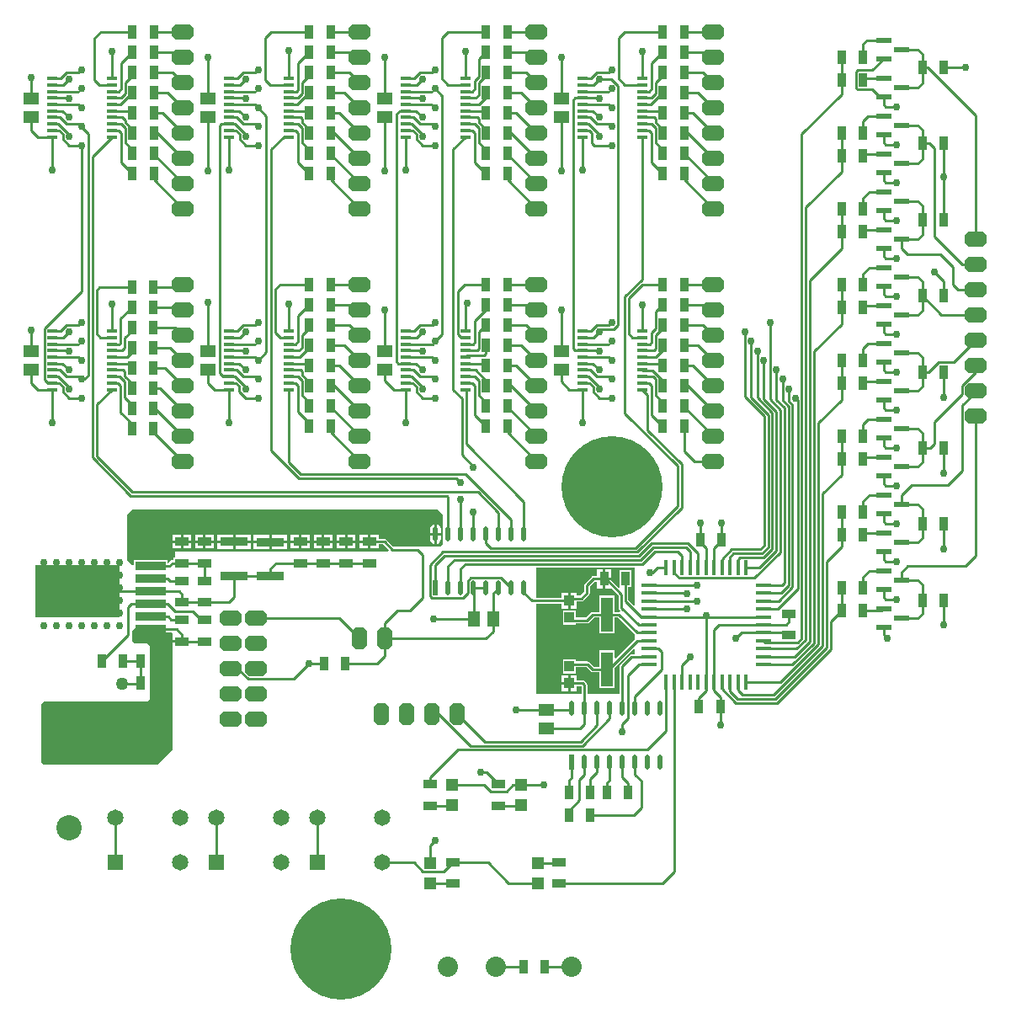
<source format=gtl>
%FSTAX23Y23*%
%MOIN*%
%SFA1B1*%

%IPPOS*%
%AMD29*
4,1,8,0.042500,-0.015000,0.042500,0.015000,0.027500,0.030000,-0.027500,0.030000,-0.042500,0.015000,-0.042500,-0.015000,-0.027500,-0.030000,0.027500,-0.030000,0.042500,-0.015000,0.0*
%
%AMD30*
4,1,8,-0.015000,-0.042500,0.015000,-0.042500,0.030000,-0.027500,0.030000,0.027500,0.015000,0.042500,-0.015000,0.042500,-0.030000,0.027500,-0.030000,-0.027500,-0.015000,-0.042500,0.0*
%
%ADD10R,0.033470X0.055120*%
%ADD11R,0.039370X0.013780*%
%ADD12R,0.055120X0.033470*%
%ADD13O,0.021650X0.059060*%
%ADD14R,0.021650X0.059060*%
%ADD15R,0.059060X0.023620*%
%ADD16R,0.051180X0.045280*%
%ADD17R,0.059060X0.051180*%
%ADD18R,0.051180X0.059060*%
%ADD19R,0.110240X0.037400*%
%ADD20R,0.047240X0.137800*%
%ADD21R,0.015980X0.059060*%
%ADD22R,0.059060X0.015980*%
%ADD23R,0.120470X0.035040*%
%ADD24R,0.336220X0.210630*%
%ADD25R,0.039370X0.043310*%
%ADD26C,0.010000*%
%ADD27R,0.064960X0.064960*%
%ADD28C,0.064960*%
G04~CAMADD=29~4~0.0~0.0~600.0~850.0~0.0~150.0~0~0.0~0.0~0.0~0.0~0~0.0~0.0~0.0~0.0~0~0.0~0.0~0.0~270.0~850.0~600.0*
%ADD29D29*%
G04~CAMADD=30~4~0.0~0.0~600.0~850.0~0.0~150.0~0~0.0~0.0~0.0~0.0~0~0.0~0.0~0.0~0.0~0~0.0~0.0~0.0~180.0~600.0~850.0*
%ADD30D30*%
%ADD31C,0.080000*%
%ADD32C,0.100000*%
%ADD33C,0.030000*%
%ADD34C,0.400000*%
%ADD35C,0.050000*%
%LNledcube-1*%
%LPD*%
G36*
X0273Y02989D02*
Y02884D01*
Y02873*
X0272Y02863*
X02532*
X02505Y0289*
X02501Y02892*
X02497Y02893*
X02474*
Y02909*
X02442*
Y02882*
Y02855*
X02474*
Y02871*
X02492*
X02515Y02848*
X0251Y02842*
X0167*
Y02821*
X01669Y0282*
X01662*
Y02813*
X01658Y02809*
X01657*
X01653Y02808*
X01649Y02805*
X01649*
X01641Y02797*
X01637Y02799*
Y02808*
X01504*
Y0279*
X015*
X0148Y0281*
Y02978*
Y02989*
X015Y0301*
X0271*
X0273Y02989*
G37*
G36*
X0349Y02632D02*
X03485Y0263D01*
X03463Y02652*
Y02701*
X03475*
Y02768*
X03429*
Y02702*
X03424Y027*
X03395Y0273*
X03372*
Y02697*
X03394*
X03396Y02698*
X03425Y02669*
Y0262*
X03425Y02616*
X03428Y02612*
X03433Y02608*
X0343Y02603*
X03426Y02604*
X03409*
Y02668*
X0335*
Y02604*
X03323*
X03318Y02603*
X03315Y02601*
X03295Y02581*
X03255*
Y02609*
X03204*
Y02553*
X03255*
Y02558*
X033*
X03304Y02559*
X03307Y02562*
X03327Y02582*
X0335*
Y02518*
X03409*
Y02582*
X03422*
X0349Y02514*
Y02495*
X03414Y0242*
X03409Y02422*
Y02451*
X0335*
Y02387*
X03327*
X0331Y02405*
X03306Y02407*
X03302Y02408*
X03255*
Y02416*
X03204*
Y0236*
X03255*
Y02386*
X03298*
X03315Y02368*
X03318Y02366*
X03323Y02365*
X0335*
Y02301*
X03409*
Y02383*
X03485Y02459*
X0349Y02457*
Y02437*
X03476*
X03472Y02436*
X03468Y02434*
Y02434*
X03432Y02397*
X03429Y02394*
X03428Y0239*
X03428*
Y0228*
X03301*
Y02315*
X03301*
X033Y02319*
X03297Y02322*
X03291Y02329*
X03287Y02331*
X03283Y02332*
X03259*
Y02353*
X03235*
Y02321*
Y02289*
X03259*
Y0231*
X03278*
Y0228*
X031*
Y02637*
X032*
Y02616*
X03225*
Y02648*
Y0268*
X032*
Y02659*
X031*
Y0278*
X0349*
Y02632*
G37*
G36*
X0156Y02536D02*
X01559Y02535D01*
X0156Y0253*
X01563Y02527*
X01566Y02524*
X01571Y02523*
X01656*
X0166Y0252*
Y02514*
X01658*
Y02492*
X01696*
Y02482*
X01658*
Y0246*
X0166*
Y0244*
Y0206*
X0165Y0205*
X016Y02*
X0115*
X0114Y0201*
Y0224*
X0115Y0225*
X0156*
X0157Y0226*
Y0247*
X0156Y0248*
X0151*
X015Y0249*
Y0253*
X0151Y0254*
X01556*
X0156Y02536*
G37*
%LNledcube-2*%
%LPC*%
G36*
X02341Y02877D02*
X02308D01*
Y02855*
X02341*
Y02877*
G37*
G36*
X02383D02*
X02351D01*
Y02855*
X02383*
Y02877*
G37*
G36*
X0225D02*
X02217D01*
Y02855*
X0225*
Y02877*
G37*
G36*
X02292D02*
X0226D01*
Y02855*
X02292*
Y02877*
G37*
G36*
X0178Y02877D02*
X01747D01*
Y02855*
X0178*
Y02877*
G37*
G36*
X01822D02*
X0179D01*
Y02855*
X01822*
Y02877*
G37*
G36*
X01691D02*
X01658D01*
Y02855*
X01691*
Y02877*
G37*
G36*
X01733D02*
X01701D01*
Y02855*
X01733*
Y02877*
G37*
G36*
X02201Y02877D02*
X02169D01*
Y02855*
X02201*
Y02877*
G37*
G36*
X03362Y02772D02*
X0334D01*
Y02746*
X03325*
X0332Y02745*
X03317Y02742*
X03292Y02717*
X03289Y02714*
X03288Y0271*
Y02684*
X03272Y02668*
X03259*
Y0268*
X03235*
Y02648*
Y02616*
X03259*
Y02646*
X03277*
X03281Y02646*
X03285Y02649*
X03307Y02672*
X0331Y02675*
X03311Y0268*
X03311*
Y02705*
X03329Y02723*
X0334*
Y02697*
X03362*
Y02735*
Y02772*
G37*
G36*
X03394D02*
X03372D01*
Y0274*
X03394*
Y02772*
G37*
G36*
X03225Y02316D02*
X032D01*
Y02289*
X03225*
Y02316*
G37*
G36*
Y02353D02*
X032D01*
Y02326*
X03225*
Y02353*
G37*
G36*
X02041Y02875D02*
X0198D01*
Y02852*
X02041*
Y02875*
G37*
G36*
X01967Y02876D02*
X01907D01*
Y02852*
X01967*
Y02876*
G37*
G36*
X02159Y02877D02*
X02126D01*
Y02855*
X02159*
Y02877*
G37*
G36*
X02111Y02875D02*
X02051D01*
Y02852*
X02111*
Y02875*
G37*
G36*
X01897Y02876D02*
X01836D01*
Y02852*
X01897*
Y02876*
G37*
G36*
X01691Y02909D02*
X01658D01*
Y02887*
X01691*
Y02909*
G37*
G36*
X01733D02*
X01701D01*
Y02887*
X01733*
Y02909*
G37*
G36*
X02383Y02909D02*
X02351D01*
Y02887*
X02383*
Y02909*
G37*
G36*
X02292D02*
X0226D01*
Y02887*
X02292*
Y02909*
G37*
G36*
X02341D02*
X02308D01*
Y02887*
X02341*
Y02909*
G37*
G36*
X02695Y02951D02*
X02691Y0295D01*
X02684Y02946*
X0268Y02939*
X02678Y02931*
Y02917*
X02695*
Y02951*
G37*
G36*
X02705D02*
Y02917D01*
X02721*
Y02931*
X02719Y02939*
X02715Y02946*
X02708Y0295*
X02705Y02951*
G37*
G36*
X02432Y02909D02*
X02399D01*
Y02887*
X02432*
Y02909*
G37*
G36*
X0178D02*
X01747D01*
Y02887*
X0178*
Y02909*
G37*
G36*
X01822D02*
X0179D01*
Y02887*
X01822*
Y02909*
G37*
G36*
X02041Y02909D02*
X0198D01*
Y02885*
X02041*
Y02909*
G37*
G36*
X02111D02*
X02051D01*
Y02885*
X02111*
Y02909*
G37*
G36*
X02721Y02907D02*
X02705D01*
Y02873*
X02708Y02874*
X02715Y02878*
X02719Y02885*
X02721Y02893*
Y02907*
G37*
G36*
X02432Y02877D02*
X02399D01*
Y02855*
X02432*
Y02877*
G37*
G36*
X02695Y02907D02*
X02678D01*
Y02893*
X0268Y02885*
X02684Y02878*
X02691Y02874*
X02695Y02873*
Y02907*
G37*
G36*
X02201Y02909D02*
X02169D01*
Y02887*
X02201*
Y02909*
G37*
G36*
X0225D02*
X02217D01*
Y02887*
X0225*
Y02909*
G37*
G36*
X02159D02*
X02126D01*
Y02887*
X02159*
Y02909*
G37*
G36*
X01897Y0291D02*
X01836D01*
Y02886*
X01897*
Y0291*
G37*
G36*
X01967D02*
X01907D01*
Y02886*
X01967*
Y0291*
G37*
%LNledcube-3*%
%LPD*%
G54D10*
X01584Y049D03*
X015D03*
X01584Y0482D03*
X015D03*
X01584Y0474D03*
X015D03*
X01584Y0466D03*
X015D03*
X01584Y0458D03*
X015D03*
X01584Y045D03*
X015D03*
X01584Y0442D03*
X015D03*
X01582Y0389D03*
X01497D03*
X01582Y0365D03*
X01497D03*
X01582Y0381D03*
X01497D03*
X01582Y0373D03*
X01497D03*
X02284Y039D03*
X022D03*
X02284Y0382D03*
X022D03*
X02284Y0374D03*
X022D03*
X02284Y0366D03*
X022D03*
X02284Y0358D03*
X022D03*
X02284Y035D03*
X022D03*
X02284Y0342D03*
X022D03*
X01582Y0333D03*
X01497D03*
X02284Y0334D03*
X022D03*
X02984Y039D03*
X029D03*
X02984Y0382D03*
X029D03*
X02984Y0374D03*
X029D03*
X02984Y0366D03*
X029D03*
X02984Y0358D03*
X029D03*
X02984Y035D03*
X029D03*
X02984Y0342D03*
X029D03*
X02984Y0334D03*
X029D03*
X03684Y039D03*
X036D03*
X03684Y0382D03*
X036D03*
X03684Y0374D03*
X036D03*
X03684Y0366D03*
X036D03*
X03684Y0358D03*
X036D03*
X03684Y035D03*
X036D03*
X03684Y0342D03*
X036D03*
X03684Y0334D03*
X036D03*
X03047Y012D03*
X03132D03*
X04627Y04458D03*
X04712D03*
X04627Y04157D03*
X04712D03*
X04627Y03855D03*
X04712D03*
X04627Y03554D03*
X04712D03*
X04627Y03252D03*
X04712D03*
X04627Y02951D03*
X04712D03*
X04627Y0265D03*
X04712D03*
X04392Y0471D03*
X04307D03*
X04392Y048D03*
X04307D03*
X04392Y0441D03*
X04307D03*
X04392Y045D03*
X04307D03*
X04392Y0411D03*
X04307D03*
X04392Y042D03*
X04307D03*
X04392Y0381D03*
X04307D03*
X04392Y039D03*
X04307D03*
X04392Y0351D03*
X04307D03*
X04392Y036D03*
X04307D03*
X04392Y0321D03*
X04307D03*
X04392Y033D03*
X04307D03*
X04392Y0291D03*
X04307D03*
X04392Y03D03*
X04307D03*
X04392Y0261D03*
X04307D03*
X04392Y027D03*
X04307D03*
X01582Y0341D03*
X01497D03*
X01582Y0349D03*
X01497D03*
X01582Y0357D03*
X01497D03*
X03684Y0434D03*
X036D03*
X02984D03*
X029D03*
X02284D03*
X022D03*
X01584D03*
X015D03*
X03684Y0442D03*
X036D03*
X02984D03*
X029D03*
X02284D03*
X022D03*
X03684Y045D03*
X036D03*
X02984D03*
X029D03*
X02284D03*
X022D03*
X03684Y0458D03*
X036D03*
X02984D03*
X029D03*
X02284D03*
X022D03*
X03684Y0466D03*
X036D03*
X02984D03*
X029D03*
X02284D03*
X022D03*
X03684Y0474D03*
X036D03*
X02984D03*
X029D03*
X02284D03*
X022D03*
X03684Y0482D03*
X036D03*
X02984D03*
X029D03*
X02284D03*
X022D03*
X03684Y049D03*
X036D03*
X02984D03*
X029D03*
X02284D03*
X022D03*
X03452Y02735D03*
X03367D03*
X03227Y018D03*
X03312D03*
X03377Y0189D03*
X03462D03*
X03227D03*
X03312D03*
X03742Y0223D03*
X03827D03*
X01532Y02409D03*
X01617D03*
X01532Y02321D03*
X01617D03*
X01462Y02408D03*
X01377D03*
X03832Y0289D03*
X03747D03*
X04627Y0476D03*
X04712D03*
X02342Y024D03*
X02257D03*
G54D11*
X02818Y03715D03*
Y03689D03*
Y03663D03*
Y03638D03*
Y03612D03*
Y03587D03*
Y03561D03*
Y03536D03*
Y0351D03*
Y03484D03*
X02581D03*
Y0351D03*
Y03536D03*
Y03561D03*
Y03587D03*
Y03612D03*
Y03638D03*
Y03663D03*
Y03689D03*
Y03715D03*
X03518D03*
Y03689D03*
Y03663D03*
Y03638D03*
Y03612D03*
Y03587D03*
Y03561D03*
Y03536D03*
Y0351D03*
Y03484D03*
X03281D03*
Y0351D03*
Y03536D03*
Y03561D03*
Y03587D03*
Y03612D03*
Y03638D03*
Y03663D03*
Y03689D03*
Y03715D03*
X01418D03*
Y03689D03*
Y03663D03*
Y03638D03*
Y03612D03*
Y03587D03*
Y03561D03*
Y03536D03*
Y0351D03*
Y03484D03*
X01181D03*
Y0351D03*
Y03536D03*
Y03561D03*
Y03587D03*
Y03612D03*
Y03638D03*
Y03663D03*
Y03689D03*
Y03715D03*
X03518Y04715D03*
Y04689D03*
Y04663D03*
Y04638D03*
Y04612D03*
Y04587D03*
Y04561D03*
Y04536D03*
Y0451D03*
Y04484D03*
X03281D03*
Y0451D03*
Y04536D03*
Y04561D03*
Y04587D03*
Y04612D03*
Y04638D03*
Y04663D03*
Y04689D03*
Y04715D03*
X02818D03*
Y04689D03*
Y04663D03*
Y04638D03*
Y04612D03*
Y04587D03*
Y04561D03*
Y04536D03*
Y0451D03*
Y04484D03*
X02581D03*
Y0451D03*
Y04536D03*
Y04561D03*
Y04587D03*
Y04612D03*
Y04638D03*
Y04663D03*
Y04689D03*
Y04715D03*
X02118D03*
Y04689D03*
Y04663D03*
Y04638D03*
Y04612D03*
Y04587D03*
Y04561D03*
Y04536D03*
Y0451D03*
Y04484D03*
X01881D03*
Y0451D03*
Y04536D03*
Y04561D03*
Y04587D03*
Y04612D03*
Y04638D03*
Y04663D03*
Y04689D03*
Y04715D03*
X01418D03*
Y04689D03*
Y04663D03*
Y04638D03*
Y04612D03*
Y04587D03*
Y04561D03*
Y04536D03*
Y0451D03*
Y04484D03*
X01181D03*
Y0451D03*
Y04536D03*
Y04561D03*
Y04587D03*
Y04612D03*
Y04638D03*
Y04663D03*
Y04689D03*
Y04715D03*
X02118Y03715D03*
Y03689D03*
Y03663D03*
Y03638D03*
Y03612D03*
Y03587D03*
Y03561D03*
Y03536D03*
Y0351D03*
Y03484D03*
X01881D03*
Y0351D03*
Y03536D03*
Y03561D03*
Y03587D03*
Y03612D03*
Y03638D03*
Y03663D03*
Y03689D03*
Y03715D03*
G54D12*
X0277Y01528D03*
Y01612D03*
X0319D03*
Y01528D03*
X041Y02512D03*
Y02597D03*
X02437Y02882D03*
Y02797D03*
X02346Y02882D03*
Y02797D03*
X0295Y01922D03*
Y01837D03*
X0268Y01922D03*
Y01837D03*
X01696Y02572D03*
Y02487D03*
X01785Y02572D03*
Y02487D03*
X01696Y02642D03*
Y02727D03*
X01785D03*
Y02642D03*
X02164Y02882D03*
Y02797D03*
X02255Y02882D03*
Y02797D03*
X01696Y02882D03*
Y02797D03*
X01785Y02882D03*
Y02797D03*
G54D13*
X0305Y02912D03*
X03D03*
X0295D03*
X029D03*
X0285D03*
X028D03*
X0275D03*
X027D03*
X0305Y027D03*
X03D03*
X0295D03*
X029D03*
X0285D03*
X028D03*
X0275D03*
X0329Y0201D03*
X0334D03*
X0339D03*
X0344D03*
X0349D03*
X0354D03*
X0359D03*
X0324Y02222D03*
X0329D03*
X0334D03*
X0339D03*
X0344D03*
X0349D03*
X0354D03*
X0359D03*
G54D14*
X027Y027D03*
X0324Y0201D03*
G54D15*
X04545Y0483D03*
X04474Y04792D03*
Y04867D03*
X04545Y0438D03*
X04474Y04342D03*
Y04417D03*
X04545Y0453D03*
X04474Y04492D03*
Y04567D03*
X04545Y0408D03*
X04474Y04042D03*
Y04117D03*
X04545Y0423D03*
X04474Y04192D03*
Y04267D03*
X04545Y0378D03*
X04474Y03742D03*
Y03817D03*
X04545Y0393D03*
X04474Y03892D03*
Y03967D03*
X04545Y0348D03*
X04474Y03442D03*
Y03517D03*
X04545Y0363D03*
X04474Y03592D03*
Y03667D03*
X04545Y0318D03*
X04474Y03142D03*
Y03217D03*
X04545Y0333D03*
X04474Y03292D03*
Y03367D03*
X04545Y0288D03*
X04474Y02842D03*
Y02917D03*
X04545Y0303D03*
X04474Y02992D03*
Y03067D03*
X04545Y0258D03*
X04474Y02542D03*
Y02617D03*
X04545Y0273D03*
X04474Y02692D03*
Y02767D03*
X04545Y0468D03*
X04474Y04642D03*
Y04717D03*
G54D16*
X03105Y01609D03*
Y0153D03*
X0304Y01919D03*
Y0184D03*
X02764Y01919D03*
Y0184D03*
X0268Y01609D03*
Y0153D03*
G54D17*
X011Y04637D03*
Y04562D03*
X018Y04637D03*
Y04562D03*
X025Y04637D03*
Y04562D03*
X032Y04637D03*
Y04562D03*
X011Y03637D03*
Y03562D03*
X018Y03637D03*
Y03562D03*
X025Y03637D03*
Y03562D03*
X032Y03637D03*
Y03562D03*
X0314Y02217D03*
Y02142D03*
G54D18*
X02927Y02575D03*
X02852D03*
G54D19*
X02046Y02745D03*
Y0288D03*
X01902Y02745D03*
Y02881D03*
G54D20*
X0338Y02376D03*
Y02593D03*
G54D21*
X03613Y02778D03*
X03645D03*
X03676D03*
X03708D03*
X03739D03*
X03771D03*
X03802D03*
X03834D03*
X03865D03*
X03897D03*
X03928D03*
Y02326D03*
X03897D03*
X03865D03*
X03834D03*
X03802D03*
X03771D03*
X03739D03*
X03708D03*
X03676D03*
X03645D03*
X03613D03*
G54D22*
X03997Y0271D03*
Y02678D03*
Y02647D03*
Y02615D03*
Y02584D03*
Y02552D03*
Y02521D03*
Y02489D03*
Y02458D03*
Y02426D03*
Y02395D03*
X03545D03*
Y02426D03*
Y02458D03*
Y02489D03*
Y02521D03*
Y02552D03*
Y02584D03*
Y02615D03*
Y02647D03*
Y02678D03*
Y0271D03*
G54D23*
X01571Y02835D03*
Y02785D03*
Y02735D03*
Y02685D03*
Y02635D03*
Y02585D03*
Y02535D03*
G54D24*
X01283Y02685D03*
G54D25*
X0323Y02648D03*
Y02581D03*
Y02388D03*
Y02321D03*
G54D26*
X03132Y012D02*
X0324D01*
X0294D02*
X03047D01*
X01785Y02642D02*
X01882D01*
X01902Y02662*
Y02745*
X01482Y02512D02*
Y02621D01*
X01377Y02408D02*
X01482Y02512D01*
X01496Y02635D02*
X01571D01*
X01482Y02621D02*
X01496Y02635D01*
X01463Y02409D02*
X01532D01*
Y02321D02*
Y02409D01*
X01696Y02487D02*
X01785D01*
X01696Y02642D02*
Y02673D01*
X01684Y02685D02*
X01696Y02673D01*
X01571Y02685D02*
X01684D01*
X01696Y02642D02*
D01*
X01785*
X01571Y02785D02*
X01645D01*
X01657Y02797*
X01696*
X01785*
Y02727D02*
Y02797D01*
X01647Y02727D02*
X01696D01*
X0164Y02735D02*
X01647Y02727D01*
X01571Y02735D02*
X0164D01*
X01739Y02606D02*
X01772Y02572D01*
X01669Y02606D02*
X01739D01*
X01772Y02572D02*
X01785D01*
X0164Y02635D02*
X01669Y02606D01*
X01571Y02635D02*
X0164D01*
X01653Y02572D02*
X01696D01*
X01641Y02585D02*
X01653Y02572D01*
X01571Y02585D02*
X01641D01*
X01165Y0351D02*
X01181D01*
X01151Y03524D02*
X01165Y0351D01*
X03436Y0262D02*
X03504Y02552D01*
X0329Y02222D02*
Y02315D01*
X03504Y02552D02*
X03545D01*
X04474Y04611D02*
Y04642D01*
X04482Y04604D02*
X04526D01*
X04474Y04611D02*
X04482Y04604D01*
X04474Y04461D02*
Y04492D01*
X04482Y04454D02*
X04526D01*
X04474Y04461D02*
X04482Y04454D01*
X04474Y04311D02*
Y04342D01*
X04482Y04304D02*
X04526D01*
X04474Y04311D02*
X04482Y04304D01*
X04474Y04161D02*
Y04192D01*
X04482Y04154D02*
X04526D01*
X04474Y04161D02*
X04482Y04154D01*
X04474Y04011D02*
Y04042D01*
X04482Y04004D02*
X04526D01*
X04474Y04011D02*
X04482Y04004D01*
X04474Y03861D02*
Y03892D01*
X04482Y03854D02*
X04526D01*
X04474Y03861D02*
X04482Y03854D01*
X04474Y03711D02*
Y03742D01*
X04482Y03704D02*
X04526D01*
X04474Y03711D02*
X04482Y03704D01*
X04474Y03561D02*
Y03592D01*
X04482Y03554D02*
X04526D01*
X04474Y03561D02*
X04482Y03554D01*
X04474Y03411D02*
Y03442D01*
X04482Y03404D02*
X04526D01*
X04474Y03411D02*
X04482Y03404D01*
X04474Y03261D02*
Y03292D01*
X04482Y03254D02*
X04526D01*
X04474Y03261D02*
X04482Y03254D01*
X04474Y03111D02*
Y03142D01*
X04482Y03104D02*
X04526D01*
X04474Y03111D02*
X04482Y03104D01*
X04474Y02961D02*
Y02992D01*
X04482Y02954D02*
X04526D01*
X04474Y02961D02*
X04482Y02954D01*
X04474Y02811D02*
Y02842D01*
X04482Y02804D02*
X04526D01*
X04474Y02811D02*
X04482Y02804D01*
X04474Y02661D02*
X04482Y02654D01*
X04526*
X04474Y02661D02*
Y02692D01*
Y02511D02*
X04487Y02499D01*
X04474Y02511D02*
Y02542D01*
X032Y03515D02*
Y03562D01*
Y03515D02*
X0323Y03484D01*
X03281*
X03449Y03389D02*
X03657Y03181D01*
Y03022D02*
Y03181D01*
X03492Y02857D02*
X03657Y03022D01*
X03449Y03389D02*
Y03851D01*
X03674Y03016D02*
Y03189D01*
X0354Y03323D02*
X03674Y03189D01*
X0354Y03323D02*
Y03462D01*
X03498Y02841D02*
X03674Y03016D01*
X0304Y01919D02*
X03129D01*
X03017Y02217D02*
X0314D01*
X02764Y01919D02*
X02893D01*
X02917Y01894*
X02982*
X03006Y01919*
X0304*
X0295Y01837D02*
X03037D01*
X0268D02*
X02761D01*
X0288Y0197D02*
X02902D01*
X0295Y01922*
X0344Y0213D02*
Y0216D01*
X03461Y02182*
Y02351*
X03505Y02395*
X03545*
X0268Y01922D02*
Y0195D01*
X02788Y02058*
X03538*
X03613Y02133*
Y02326*
X0189Y0238D02*
X0191Y02359D01*
X0232Y0258D02*
X024Y025D01*
X0199Y0258D02*
X0232D01*
X032Y0435D02*
Y04562D01*
X025Y0435D02*
Y04562D01*
X018Y0435D02*
Y04562D01*
X01181Y03351D02*
Y03484D01*
X025Y0352D02*
Y03562D01*
Y0352D02*
X02535Y03484D01*
X02581*
X01881Y03351D02*
Y03484D01*
X02581Y03351D02*
Y03484D01*
X03281Y03351D02*
Y03484D01*
Y04351D02*
Y04484D01*
X02581Y04351D02*
Y04484D01*
X01881Y04351D02*
Y04484D01*
X01181Y04351D02*
Y04484D01*
X025Y04637D02*
Y048D01*
X018Y04637D02*
Y048D01*
Y03637D02*
Y0383D01*
X032Y03637D02*
Y038D01*
X025Y03637D02*
Y038D01*
X032Y04637D02*
Y048D01*
X011Y04637D02*
Y0472D01*
Y03637D02*
Y0372D01*
X0329Y0216D02*
Y02222D01*
X03272Y02142D02*
X0329Y0216D01*
X0314Y02142D02*
X03272D01*
X0268Y0168D02*
X027Y017D01*
X0268Y01609D02*
Y0168D01*
X0389Y025D02*
X03911Y02521D01*
X03997*
X03827Y02157D02*
Y0223D01*
X03822Y02552D02*
X03997D01*
X03802Y02532D02*
X03822Y02552D01*
X03802Y02326D02*
Y02532D01*
X03771Y02588D02*
X03775Y02584D01*
X03997*
X03742Y02885D02*
X03771Y02856D01*
X03747Y0289D02*
Y02957D01*
X03822Y02877D02*
Y0289D01*
X03832D02*
Y02957D01*
X02693Y02575D02*
X02852D01*
X01218Y0275D02*
X013D01*
X02732Y01575D02*
X0277Y01612D01*
X02649Y01575D02*
X02732D01*
X02614Y01611D02*
X02649Y01575D01*
X02989Y0153D02*
X03105D01*
X02907Y01612D02*
X02989Y0153D01*
X0277Y01612D02*
X02907D01*
X03281Y02074D02*
X0339Y02182D01*
X02837Y02074D02*
X03281D01*
X02895Y0209D02*
X03275D01*
X0334Y02155*
X02785Y022D02*
X02895Y0209D01*
X02711Y022D02*
X02837Y02074D01*
X0324Y0195D02*
Y0201D01*
X03227Y01937D02*
X0324Y0195D01*
X03227Y0189D02*
Y01937D01*
X03312Y0189D02*
Y01942D01*
X0334Y0197*
Y0201*
X0329Y0196D02*
Y0201D01*
X0327Y0194D02*
X0329Y0196D01*
X0327Y0186D02*
Y0194D01*
X03227Y01817D02*
X0327Y0186D01*
X03377Y0189D02*
Y01927D01*
X0339Y0194*
Y0201*
X03462Y0189D02*
Y01927D01*
X0344Y0195D02*
X03462Y01927D01*
X0344Y0195D02*
Y0201D01*
X03323Y02376D02*
X0338D01*
X03302Y02397D02*
X03323Y02376D01*
X0323Y02397D02*
X03302D01*
X03323Y02593D02*
X0338D01*
X033Y0257D02*
X03323Y02593D01*
X03232Y0257D02*
X033D01*
X03498Y02521D02*
X03545D01*
X03426Y02593D02*
X03498Y02521D01*
X0338Y02593D02*
X03426D01*
X03499Y02489D02*
X03545D01*
X03386Y02376D02*
X03499Y02489D01*
X03545Y02615D02*
X03694D01*
X03545Y02647D02*
X03735D01*
X03545Y02678D02*
X03691D01*
X03545Y0271D02*
X03735D01*
X03771Y02291D02*
Y02326D01*
X03742Y02262D02*
X03771Y02291D01*
X03742Y0223D02*
Y02262D01*
X03802Y02292D02*
Y02326D01*
Y02292D02*
X03827Y02267D01*
Y0223D02*
Y02267D01*
X03105Y01609D02*
X03186D01*
X03676Y02326D02*
Y02391D01*
X0371Y02425*
X03997Y02521D02*
X04091D01*
X03997Y02552D02*
X04087D01*
X041Y02565*
Y02597*
X0349Y0196D02*
Y0201D01*
Y0196D02*
X03515Y01935D01*
X03312Y018D02*
X03485D01*
X03515Y0183*
Y01935*
X03997Y02489D02*
X04002Y02484D01*
X04134*
X03997Y02458D02*
X0413D01*
X03997Y02426D02*
X04121D01*
X042Y02483D02*
Y03635D01*
X03928Y02326D02*
X04066D01*
X03897Y02292D02*
Y02326D01*
Y02292D02*
X03915Y02275D01*
X04038*
X03865Y02289D02*
Y02326D01*
Y02289D02*
X03896Y02259D01*
X04044*
X03834Y02298D02*
X03889Y02243D01*
X04051*
X04307Y0261D02*
Y027D01*
X04248Y02803D02*
X04307Y02862D01*
Y0291*
Y03*
X04232Y03072D02*
X04307Y03147D01*
Y0321*
Y033*
X04216Y03351D02*
X04307Y03442D01*
Y0351*
Y036*
X042Y03635D02*
X04307Y03742D01*
Y0381*
Y039*
Y04042D02*
Y0411D01*
Y04347D02*
Y0441D01*
Y04652D02*
Y0471D01*
Y048*
Y0411D02*
Y042D01*
Y0441D02*
Y045D01*
X0415Y04495D02*
X04307Y04652D01*
X04166Y04206D02*
X04307Y04347D01*
X04182Y03917D02*
X04307Y04042D01*
X04134Y02484D02*
X0415Y025D01*
Y04495*
X0413Y02458D02*
X04166Y02493D01*
Y04206*
X04121Y02426D02*
X04182Y02486D01*
Y03917*
X04066Y02326D02*
X04216Y02475D01*
Y03351*
X04038Y02275D02*
X04232Y02468D01*
Y03072*
X04044Y02259D02*
X04248Y02462D01*
Y02803*
X04051Y02243D02*
X04265Y02456D01*
Y02567*
X04307Y0261*
X03997Y02395D02*
X04112D01*
X04198Y0248*
X03834Y02298D02*
Y02326D01*
X04392Y0261D02*
X04467D01*
X04392Y027D02*
Y02742D01*
X04417Y02767*
X04474*
X04399Y02917D02*
X04474D01*
X04392Y03D02*
Y03042D01*
X04417Y03067*
X04474*
X04399Y03217D02*
X04474D01*
X04392Y033D02*
Y03347D01*
X04412Y03367*
X04474*
X04399Y03517D02*
X04474D01*
X04392Y036D02*
Y03647D01*
X04412Y03667*
X04474*
X04399Y03817D02*
X04474D01*
X04392Y039D02*
Y03942D01*
X04417Y03967*
X04474*
X04399Y04117D02*
X04474D01*
X04392Y042D02*
Y04242D01*
X04417Y04267*
X04474*
X04399Y04417D02*
X04474D01*
X04392Y045D02*
Y04547D01*
X04412Y04567*
X04474*
X04399Y04717D02*
X04474D01*
X04392Y048D02*
Y04852D01*
X04407Y04867*
X04474*
X04627Y0476D02*
Y04812D01*
X0461Y0483D02*
X04627Y04812D01*
X04545Y0483D02*
X0461D01*
X04545Y0468D02*
X0461D01*
X04627Y04697*
Y0476*
Y04458D02*
Y04512D01*
X0461Y0453D02*
X04627Y04512D01*
X04545Y0453D02*
X0461D01*
X04627Y04397D02*
Y04458D01*
X0461Y0438D02*
X04627Y04397D01*
X04545Y0438D02*
X0461D01*
X04627Y04157D02*
Y04212D01*
X0461Y0423D02*
X04627Y04212D01*
X04545Y0423D02*
X0461D01*
X04627Y04097D02*
Y04157D01*
X0461Y0408D02*
X04627Y04097D01*
X04545Y0408D02*
X0461D01*
X04627Y03855D02*
Y03912D01*
X0461Y0393D02*
X04627Y03912D01*
X04545Y0393D02*
X0461D01*
X04627Y03797D02*
Y03855D01*
X0461Y0378D02*
X04627Y03797D01*
X04545Y0378D02*
X0461D01*
X04627Y03554D02*
Y03612D01*
X0461Y0363D02*
X04627Y03612D01*
X04545Y0363D02*
X0461D01*
X04627Y03497D02*
Y03554D01*
X0461Y0348D02*
X04627Y03497D01*
X04545Y0348D02*
X0461D01*
X04627Y03252D02*
Y03312D01*
X0461Y0333D02*
X04627Y03312D01*
X04545Y0333D02*
X0461D01*
X04627Y03197D02*
Y03252D01*
X0461Y0318D02*
X04627Y03197D01*
X04545Y0318D02*
X0461D01*
X04627Y02951D02*
Y03012D01*
X0461Y0303D02*
X04627Y03012D01*
X04545Y0303D02*
X0461D01*
X04627Y02897D02*
Y02951D01*
X0461Y0288D02*
X04627Y02897D01*
X04545Y0288D02*
X0461D01*
X04627Y0265D02*
Y02712D01*
X0461Y0273D02*
X04627Y02712D01*
X04545Y0273D02*
X0461D01*
X04627Y02597D02*
Y0265D01*
X0461Y0258D02*
X04627Y02597D01*
X04545Y0258D02*
X0461D01*
X04545Y0273D02*
Y0276D01*
X0457Y02785*
X048*
X0484Y02825*
Y0338*
X04545Y0303D02*
Y03065D01*
X04585Y03105*
X0473*
X04786Y03161*
Y03421*
X0484Y03474*
Y0348*
X04627Y03554D02*
X04652D01*
X04691Y03592*
X04752*
X0484Y0368*
X04627Y03855D02*
X04703Y0378D01*
X0484*
X04545Y04044D02*
Y0408D01*
Y04044D02*
X0457Y0402D01*
X047*
X0475Y0397*
Y039D02*
Y0397D01*
Y039D02*
X0477Y0388D01*
X0484*
X04656Y04458D02*
X04675Y0444D01*
X04627Y04458D02*
X04656D01*
X04785Y0398D02*
X0484D01*
X04675Y0409D02*
X04785Y0398D01*
X04675Y0409D02*
Y0444D01*
X0484Y0408D02*
Y0457D01*
X0465Y0476D02*
X0484Y0457D01*
X04627Y0476D02*
X0465D01*
X04627Y03252D02*
X04657D01*
X04675Y0327*
X04712Y02552D02*
Y0265D01*
Y02852D02*
Y02951D01*
Y03152D02*
Y03252D01*
X04675Y0327D02*
Y03355D01*
X04786Y03466*
Y03499*
X0484Y03553D02*
Y0358D01*
X04786Y03499D02*
X0484Y03553D01*
X04712Y03452D02*
Y03554D01*
Y03855D02*
Y03912D01*
X04675Y0395D02*
X04712Y03912D01*
Y04157D02*
Y04458D01*
Y0476D02*
X048D01*
X0443Y04748D02*
X04474Y04792D01*
X04371Y04748D02*
X0443D01*
X04364Y04742D02*
X04371Y04748D01*
X04364Y04677D02*
Y04742D01*
Y04677D02*
X04371Y04671D01*
X04428*
X04457Y04642*
X04474*
X03684Y039D02*
X038D01*
X03684Y0382D02*
X0378D01*
X03684Y0374D02*
X0376D01*
X038Y037*
X03684Y0366D02*
X0374D01*
X038Y036*
X03684Y0358D02*
X0372D01*
X038Y035*
X03684D02*
X037D01*
X038Y034*
X03684Y03415D02*
Y0342D01*
Y03415D02*
X038Y033D01*
X03684Y0324D02*
Y0334D01*
Y0324D02*
X03725Y032D01*
X038*
X03518Y03587D02*
X03592D01*
X03518Y03612D02*
X03572D01*
X036Y0364*
Y0366*
X03518Y03638D02*
X03565D01*
X03572Y03645*
Y03698*
X036Y03726*
Y0374*
X03518Y03663D02*
X03548D01*
X03556Y03671*
Y03709*
X03572Y03725*
Y03792*
X036Y0382*
X03517Y0369D02*
X03518Y03689D01*
X0348Y0369D02*
X03517D01*
X03465Y03705D02*
X0348Y0369D01*
X03465Y03705D02*
Y03845D01*
X0352Y039*
X036*
Y035D02*
Y0352D01*
X03518Y03536D02*
X03561D01*
X03572Y03525*
Y03461D02*
Y03525D01*
Y03461D02*
X036Y03433D01*
Y0342D02*
Y03433D01*
X03518Y0351D02*
X03545D01*
X03556Y035*
X0356Y0356D02*
X036Y0352D01*
X03519Y0356D02*
X0356D01*
X03281Y0351D02*
X03282Y0351D01*
X0331*
X03324Y03496*
Y03476D02*
Y03496D01*
Y03476D02*
X0335Y0345D01*
X03397*
X03281Y03536D02*
X03306D01*
X0335Y03492*
Y03487D02*
Y03492D01*
X03281Y03561D02*
X03311D01*
X03337Y03536*
X03385*
X03397Y03525*
X03281Y03587D02*
X03323D01*
X03347Y03562*
X03281Y03612D02*
X03283Y03611D01*
X03385*
X03397Y036*
X03281Y03638D02*
X03347D01*
X03281Y03663D02*
X03386D01*
X03281Y03689D02*
X03326D01*
X03349Y03712*
X03281Y03715D02*
X03315D01*
X03338Y03738*
X03385*
X03397Y0375*
X02639Y03738D02*
X02688D01*
X02615Y03715D02*
X02638Y03738D01*
X02581Y03715D02*
X02615D01*
X02626Y03689D02*
X02649Y03712D01*
X02581Y03689D02*
X02626D01*
X02581Y03638D02*
X02647D01*
X02685Y03611D02*
X02697Y036D01*
X02583Y03611D02*
X02685D01*
X02581Y03612D02*
X02583Y03611D01*
X02623Y03587D02*
X02647Y03562D01*
X02581Y03587D02*
X02623D01*
X02685Y03536D02*
X02697Y03525D01*
X02637Y03536D02*
X02685D01*
X02611Y03561D02*
X02637Y03536D01*
X02581Y03561D02*
X02611D01*
X0265Y03487D02*
Y03492D01*
X02606Y03536D02*
X0265Y03492D01*
X02581Y03536D02*
X02606D01*
X0265Y0345D02*
X02697D01*
X02624Y03476D02*
X0265Y0345D01*
X02624Y03476D02*
Y03496D01*
X0261Y0351D02*
X02624Y03496D01*
X02582Y0351D02*
X0261D01*
X02581Y0351D02*
X02582Y0351D01*
X01985Y03738D02*
X01997Y0375D01*
X01938Y03738D02*
X01985D01*
X01915Y03715D02*
X01938Y03738D01*
X01881Y03715D02*
X01915D01*
X01881Y03689D02*
X01926D01*
X01881Y03663D02*
X01986D01*
X01985Y03611D02*
X01997Y036D01*
X01883Y03611D02*
X01985D01*
X01881Y03612D02*
X01883Y03611D01*
X01881Y03587D02*
X01923D01*
X01985Y03536D02*
X01997Y03525D01*
X01937Y03536D02*
X01985D01*
X01911Y03561D02*
X01937Y03536D01*
X01881Y03561D02*
X01911D01*
X01906Y03536D02*
X0195Y03492D01*
X01881Y03536D02*
X01906D01*
X01181Y0351D02*
X01182Y0351D01*
X0121*
X01181Y03536D02*
X01206D01*
X0125Y03492*
X01181Y03561D02*
X01211D01*
X01237Y03536*
X01285*
X01297Y03525*
X01181Y03587D02*
X01223D01*
X01181Y03612D02*
X01183Y03611D01*
X01285*
X01297Y036*
X01181Y03663D02*
X01286D01*
X01181Y03689D02*
X01226D01*
X01181Y03715D02*
X01215D01*
X01238Y03738*
X01285*
X01297Y0375*
X01285Y04738D02*
X01297Y0475D01*
X01238Y04738D02*
X01285D01*
X01215Y04715D02*
X01238Y04738D01*
X01181Y04715D02*
X01215D01*
X01181Y04689D02*
X01226D01*
X01181Y04663D02*
X01286D01*
X01285Y04611D02*
X01297Y046D01*
X01183Y04611D02*
X01285D01*
X01181Y04612D02*
X01183Y04611D01*
X01181Y04587D02*
X01223D01*
X01285Y04536D02*
X01325Y04497D01*
X01237Y04536D02*
X01285D01*
X01211Y04561D02*
X01237Y04536D01*
X01181Y04561D02*
X01211D01*
X01206Y04536D02*
X0125Y04492D01*
X01181Y04536D02*
X01206D01*
X0125Y0445D02*
X01297D01*
X01224Y04476D02*
X0125Y0445D01*
X01224Y04476D02*
Y04496D01*
X0121Y0451D02*
X01224Y04496D01*
X01182Y0451D02*
X0121D01*
X01181Y0451D02*
X01182Y0451D01*
X01985Y04738D02*
X01997Y0475D01*
X01938Y04738D02*
X01985D01*
X01915Y04715D02*
X01938Y04738D01*
X01881Y04715D02*
X01915D01*
X01881Y04689D02*
X01926D01*
X01881Y04663D02*
X01986D01*
X01985Y04611D02*
X0203Y04567D01*
X01883Y04611D02*
X01985D01*
X01881Y04612D02*
X01883Y04611D01*
X01881Y04587D02*
X01923D01*
X01985Y04536D02*
X01997Y04525D01*
X01937Y04536D02*
X01985D01*
X01911Y04561D02*
X01937Y04536D01*
X01881Y04561D02*
X01911D01*
X01906Y04536D02*
X0195Y04492D01*
X01881Y04536D02*
X01906D01*
X0195Y0445D02*
X01997D01*
X01924Y04476D02*
X0195Y0445D01*
X01924Y04476D02*
Y04496D01*
X0191Y0451D02*
X01924Y04496D01*
X01882Y0451D02*
X0191D01*
X02685Y04738D02*
X02697Y0475D01*
X02638Y04738D02*
X02685D01*
X02615Y04715D02*
X02638Y04738D01*
X02581Y04715D02*
X02615D01*
X02581Y04689D02*
X02626D01*
X02581Y04663D02*
X02686D01*
X02583Y04611D02*
X02685D01*
X02581Y04612D02*
X02583Y04611D01*
X02581Y04587D02*
X02623D01*
X02637Y04536D02*
X02685D01*
X02611Y04561D02*
X02637Y04536D01*
X02581Y04561D02*
X02611D01*
X02606Y04536D02*
X0265Y04492D01*
X02581Y04536D02*
X02606D01*
X0265Y0445D02*
X02697D01*
X02624Y04476D02*
X0265Y0445D01*
X02624Y04476D02*
Y04496D01*
X0261Y0451D02*
X02624Y04496D01*
X02582Y0451D02*
X0261D01*
X02581Y0451D02*
X02582Y0451D01*
X03385Y04738D02*
X03397Y0475D01*
X03338Y04738D02*
X03385D01*
X03315Y04715D02*
X03338Y04738D01*
X03281Y04715D02*
X03315D01*
X03281Y04689D02*
X03326D01*
X03281Y04663D02*
X03386D01*
X03385Y04611D02*
X03397Y046D01*
X03283Y04611D02*
X03385D01*
X03281Y04612D02*
X03283Y04611D01*
X03281Y04587D02*
X03323D01*
X03385Y04536D02*
X03397Y04525D01*
X03337Y04536D02*
X03385D01*
X03311Y04561D02*
X03337Y04536D01*
X03281Y04561D02*
X03311D01*
X03306Y04536D02*
X0335Y04492D01*
X03281Y04536D02*
X03306D01*
X0333Y0445D02*
X03397D01*
X03282Y0451D02*
X0331D01*
X03281Y0451D02*
X03282Y0451D01*
X01181Y03638D02*
X01247D01*
X01226Y03689D02*
X01249Y03712D01*
X01926Y03689D02*
X01949Y03712D01*
X01223Y03587D02*
X01247Y03562D01*
X0125Y03487D02*
Y03492D01*
X01881Y03638D02*
X01947D01*
X01923Y03587D02*
X01947Y03562D01*
X0195Y03487D02*
Y03492D01*
X01226Y04689D02*
X01249Y04712D01*
X01181Y04638D02*
X01247D01*
X01223Y04587D02*
X01247Y04562D01*
X0125Y04487D02*
Y04492D01*
X01926Y04689D02*
X01949Y04712D01*
X02626Y04689D02*
X02649Y04712D01*
X02581Y04638D02*
X02647D01*
X01881D02*
X01947D01*
X03323Y04587D02*
X03347Y04562D01*
X02623Y04587D02*
X02647Y04562D01*
X01923Y04587D02*
X01947Y04562D01*
X0335Y04487D02*
Y04492D01*
X0195Y04487D02*
Y04492D01*
X03771Y02778D02*
Y02856D01*
X03997Y02615D02*
X04054D01*
X04134Y02695*
Y03441*
X04125Y0345D02*
X04134Y03441D01*
X03997Y02647D02*
X04059D01*
X04113Y02701*
Y03424*
X04099Y03439D02*
X04113Y03424D01*
X04099Y03439D02*
Y03486D01*
X041Y03487*
X03997Y02678D02*
X04067D01*
X04097Y02708*
Y03417*
X04074Y03441D02*
X04097Y03417D01*
X04074Y03441D02*
Y03524D01*
X03997Y0271D02*
X04071D01*
X04081Y0272*
Y03411*
X04049Y03443D02*
X04081Y03411D01*
X04049Y03443D02*
Y03561D01*
X0405Y03562*
X03897Y02778D02*
Y02812D01*
X03865Y02778D02*
Y0282D01*
X03834Y02778D02*
Y02812D01*
X04025Y0375D02*
X04026Y03749D01*
X04024Y03446D02*
X04065Y03404D01*
X03645Y02757D02*
X03664Y02738D01*
X03645Y02757D02*
Y02778D01*
X04024Y03446D02*
Y03584D01*
X04026Y03586*
Y03749*
X04Y03447D02*
Y036D01*
Y03447D02*
X04049Y03397D01*
X03974Y03451D02*
X04033Y03391D01*
X03974Y03451D02*
Y03636D01*
X03949Y03453D02*
X04017Y03384D01*
X03949Y03453D02*
Y03674D01*
X03924Y03455D02*
X04001Y03378D01*
X03924Y03455D02*
Y03711D01*
X03925Y03712*
X04001Y02866D02*
Y03378D01*
X03963Y02738D02*
X04065Y0284D01*
X04017Y0286D02*
Y03384D01*
X04033Y02853D02*
Y03391D01*
X04049Y02846D02*
Y03397D01*
X03664Y02738D02*
X03963D01*
X04065Y0284D02*
Y03404D01*
X03928Y02778D02*
X03981D01*
X04049Y02846*
X03865Y0282D02*
X0388Y02835D01*
X03897Y02812D02*
X03904Y02819D01*
X03834Y02812D02*
X03873Y02851D01*
X03904Y02819D02*
X03999D01*
X04033Y02853*
X0388Y02835D02*
X03993D01*
X04017Y0286*
X03873Y02851D02*
X03986D01*
X04001Y02866*
X02581Y03663D02*
X02688D01*
X027Y03675*
X02688Y03738D02*
X027Y0375D01*
X02726Y03701D02*
Y04646D01*
X02697Y04675D02*
X02726Y04646D01*
X027Y03675D02*
X02726Y03701D01*
X01997Y036D02*
X0203Y03632D01*
Y04567*
X01297Y03525D02*
X0131D01*
X01125Y03484D02*
X01181D01*
X011Y0351D02*
X01125Y03484D01*
X011Y0351D02*
Y03562D01*
X0125Y0345D02*
X01297D01*
X0121Y0351D02*
X01224Y03496D01*
Y03476D02*
Y03496D01*
Y03476D02*
X0125Y0345D01*
X01825Y03484D02*
X01881D01*
X018Y0351D02*
X01825Y03484D01*
X018Y0351D02*
Y03562D01*
Y03633D02*
Y03637D01*
X01858Y03536D02*
X01881D01*
X01845Y0355D02*
X01858Y03536D01*
X01845Y0355D02*
Y0453D01*
X01851Y04536*
X01881*
X01125Y04484D02*
X01181D01*
X011Y0451D02*
X01125Y04484D01*
X011Y0451D02*
Y04562D01*
X01151Y03726D02*
X01297Y03872D01*
X01151Y03524D02*
Y03726D01*
X01297Y03872D02*
Y0445D01*
X02552Y03587D02*
X02581D01*
X02545Y03595D02*
X02552Y03587D01*
X02545Y03595D02*
Y04575D01*
X02557Y04587*
X02581*
X03251Y03638D02*
X03281D01*
X03245Y03645D02*
X03251Y03638D01*
X03245Y03645D02*
Y0463D01*
X03253Y04638*
X03281*
X03347*
X03349Y03712D02*
X03359Y03722D01*
X03423Y03739D02*
Y04685D01*
X03359Y03722D02*
X03406D01*
X03423Y03739*
X03326Y04689D02*
X03349Y04712D01*
X03396*
X03423Y04685*
X03802Y02778D02*
Y02857D01*
X03822Y02877*
X03739Y02778D02*
Y02835D01*
X037Y02875D02*
X03739Y02835D01*
X03708Y02778D02*
Y02843D01*
X03693Y02859D02*
X03708Y02843D01*
X03676Y02778D02*
Y02826D01*
X0366Y02843D02*
X03676Y02826D01*
X027Y027D02*
Y0279D01*
X02735Y02825*
X0275Y02785D02*
X02774Y02809D01*
X0275Y027D02*
Y02785D01*
X028Y02775D02*
X02818Y02793D01*
X028Y027D02*
Y02775D01*
X0285Y027D02*
X029D01*
X0285D02*
X02852Y02697D01*
Y02575D02*
Y02697D01*
X02927Y02575D02*
Y02677D01*
X0295Y027*
X02959Y0274D02*
X03Y027D01*
X0284Y0274D02*
X02959D01*
X02828Y02727D02*
X0284Y0274D01*
X02828Y02678D02*
Y02727D01*
X02809Y02659D02*
X02828Y02678D01*
X02684Y02659D02*
X02809D01*
X02678Y02665D02*
X02684Y02659D01*
X02678Y02665D02*
Y0279D01*
X02728Y02841*
X03518Y0392D02*
Y04484D01*
X03449Y03851D02*
X03518Y0392D01*
X029Y02875D02*
X02918Y02857D01*
X029Y02875D02*
Y02912D01*
X02118Y03196D02*
Y03484D01*
X02818D02*
X02821Y03481D01*
X03Y02912D02*
Y0297D01*
X0295Y02912D02*
Y02997D01*
X0275Y02912D02*
Y0306D01*
X028Y02912D02*
Y0305D01*
X0285Y02912D02*
Y03D01*
X02821Y03269D02*
Y03481D01*
Y03269D02*
X0305Y0304D01*
Y02912D02*
Y0304D01*
X02805Y03225D02*
X0285Y0318D01*
Y03175D02*
Y0318D01*
X02805Y03225D02*
Y03449D01*
X02118Y03196D02*
X02165Y0315D01*
X0282*
X03Y0297*
X015Y0308D02*
X02867D01*
X0295Y02997*
X01493Y03064D02*
X02746D01*
X0275Y0306*
X02158Y03134D02*
X02781D01*
X028Y03115*
X02099Y04484D02*
X02118D01*
X02818Y03587D02*
X02892D01*
X02818Y03612D02*
X02823Y03618D01*
X02841D02*
X02876D01*
X02893D02*
X029Y03625D01*
Y0366*
X02818Y03638D02*
X02865D01*
X02872Y03645*
X02818Y03663D02*
X02848D01*
X02856Y03671*
Y03756*
X02818Y03689D02*
X02832D01*
X0277Y03484D02*
X02805Y03449D01*
X02856Y03756D02*
X029Y03799D01*
Y0382*
X02872Y03645D02*
Y03712D01*
X029Y0374*
X0277Y03484D02*
Y04436D01*
X02818Y04484*
X02823Y03618D02*
X02841D01*
X02876D02*
X02893D01*
X02787Y03703D02*
X02801Y03689D01*
X02818*
Y03561D02*
X02858D01*
X029Y0352*
Y035D02*
Y0352D01*
X02818Y03536D02*
X02856D01*
X02872Y0352*
Y03461D02*
Y0352D01*
Y03461D02*
X029Y03433D01*
X02818Y0351D02*
X02844D01*
X02856Y03498*
Y03383D02*
Y03498D01*
Y03383D02*
X029Y0334D01*
X02118Y03612D02*
X02162D01*
X022Y0365*
X02118Y03638D02*
X0216D01*
X02172Y0365*
Y03698*
X022Y03726*
X02118Y03663D02*
X02145D01*
X02156Y03675*
Y03776*
X022Y0382*
X0205Y03242D02*
X02158Y03134D01*
X0205Y03242D02*
Y04435D01*
X02099Y04484*
X02085Y03689D02*
X02118D01*
X02066Y03709D02*
X02085Y03689D01*
X02066Y03709D02*
Y03881D01*
X02085Y039*
X022*
X01418Y03612D02*
X01477D01*
X01497Y03632*
Y0365*
X01418Y03638D02*
X01458D01*
X01469Y0365*
Y03688*
X01497Y03716*
Y0373*
X01418Y03663D02*
X01447D01*
X01453Y0367*
Y03766*
X01497Y0381*
X01325Y0354D02*
Y04497D01*
X0131Y03525D02*
X01325Y0354D01*
X01341Y03216D02*
Y04407D01*
X01418Y04484*
X01372Y03689D02*
X01418D01*
X01357Y03705D02*
X01372Y03689D01*
X01357Y03705D02*
Y03877D01*
X0137Y0389*
X01497*
X01418Y03587D02*
X0148D01*
X01497Y0357*
X01418Y03561D02*
X01463D01*
X01469Y03555*
Y03537D02*
Y03555D01*
Y03537D02*
X01497Y0351D01*
Y0349D02*
Y0351D01*
X01418Y03536D02*
X01449D01*
X01469Y03515*
Y03451D02*
Y03515D01*
Y03451D02*
X01497Y03423D01*
X01418Y0351D02*
X01443D01*
X01453Y035*
Y03393D02*
Y035D01*
Y03393D02*
X01497Y0335D01*
X02118Y03587D02*
X02192D01*
X02118Y03561D02*
X02165D01*
X02172Y03555*
Y03541D02*
Y03555D01*
Y03541D02*
X022Y03513D01*
X02118Y03536D02*
X02155D01*
X02172Y03518*
Y03461D02*
Y03518D01*
Y03461D02*
X022Y03433D01*
X02118Y0351D02*
X02118Y0351D01*
X02146*
X02156Y035*
Y03397D02*
Y035D01*
Y03397D02*
X022Y03353D01*
Y0334D02*
Y03353D01*
X01418Y04612D02*
X01452D01*
X015Y0466*
X01418Y04638D02*
X01455D01*
X01472Y04655*
Y04698*
X015Y04726*
Y0474*
X01418Y04663D02*
X01445D01*
X01456Y04675*
Y04776*
X015Y0482*
X0137Y04689D02*
X01418D01*
X0135Y0471D02*
X0137Y04689D01*
X0135Y0471D02*
Y04875D01*
X01375Y049*
X015*
X01418Y04587D02*
X01492D01*
X01418Y04561D02*
X0146D01*
X01472Y0455*
Y04541D02*
Y0455D01*
Y04541D02*
X015Y04513D01*
Y045D02*
Y04513D01*
X01418Y04536D02*
X01455D01*
X01472Y04518*
Y04461D02*
Y04518D01*
Y04461D02*
X015Y04433D01*
X01418Y0451D02*
X01418Y0451D01*
X01446*
X01456Y045*
Y04383D02*
Y045D01*
Y04383D02*
X015Y0434D01*
X02118Y04587D02*
X02192D01*
X02118Y04561D02*
X02165D01*
X02172Y04555*
Y04541D02*
Y04555D01*
Y04541D02*
X022Y04513D01*
X02118Y04536D02*
X02155D01*
X02172Y04518*
Y04461D02*
Y04518D01*
Y04461D02*
X022Y04433D01*
X02118Y0451D02*
X02145D01*
X02156Y045*
Y04383D02*
Y045D01*
Y04383D02*
X022Y0434D01*
X02118Y04612D02*
X02152D01*
X022Y0466*
X02118Y04638D02*
X02155D01*
X02172Y04655*
Y04698*
X022Y04726*
X02118Y04663D02*
X0215D01*
X02156Y0467*
Y04776*
X022Y0482*
X02045Y04689D02*
X02118D01*
X02025Y0471D02*
X02045Y04689D01*
X02025Y0471D02*
Y04875D01*
X0205Y049*
X022*
X02818Y04587D02*
X02892D01*
X02818Y04612D02*
X02872D01*
X029Y0464*
X02818Y04638D02*
X0286D01*
X02872Y0465*
Y04698*
X029Y04726*
Y0474*
X02818Y04663D02*
X02845D01*
X02856Y04675*
Y04705*
X02872Y04721*
Y04792*
X029Y0482*
X0275Y04689D02*
X02818D01*
X02725Y04715D02*
X0275Y04689D01*
X02725Y04715D02*
Y04875D01*
X0275Y049*
X029*
X02818Y04561D02*
X02865D01*
X02872Y04555*
Y04541D02*
Y04555D01*
Y04541D02*
X029Y04513D01*
X02818Y04536D02*
X02855D01*
X02872Y04518*
Y04461D02*
Y04518D01*
Y04461D02*
X029Y04433D01*
X02818Y0451D02*
X02845D01*
X02856Y045*
Y04383D02*
Y045D01*
Y04383D02*
X029Y0434D01*
X03518Y04587D02*
X03592D01*
X03518Y04612D02*
X03552D01*
X036Y0466*
X03518Y04638D02*
X03555D01*
X03572Y04655*
Y04698*
X036Y04726*
X03518Y04663D02*
X03545D01*
X03556Y04675*
Y04776*
X036Y0482*
X0345Y04689D02*
X03518D01*
X03425Y04715D02*
X0345Y04689D01*
X03425Y04715D02*
Y04875D01*
X0345Y049*
X036*
X03518Y04561D02*
X03565D01*
X03572Y04555*
Y04541D02*
Y04555D01*
Y04541D02*
X036Y04513D01*
X03518Y04536D02*
X03555D01*
X03572Y04518*
Y04461D02*
Y04518D01*
Y04461D02*
X036Y04433D01*
X03518Y0451D02*
X03544D01*
X03556Y04498*
Y04383D02*
Y04498D01*
Y04383D02*
X036Y0434D01*
X03684Y049D02*
X038D01*
X03684Y0482D02*
X0378D01*
X03684Y0474D02*
X0376D01*
X038Y047*
X03684Y0466D02*
X0374D01*
X038Y046*
X03684Y0458D02*
X0372D01*
X038Y045*
X03684D02*
X037D01*
X038Y044*
X03684Y0442D02*
X038Y04304D01*
Y043D02*
Y04304D01*
X03684Y04315D02*
Y0434D01*
Y04315D02*
X038Y042D01*
X02984Y049D02*
X031D01*
X02984Y0482D02*
X0308D01*
X02984Y0474D02*
X0306D01*
X031Y047*
X02984Y0466D02*
X0304D01*
X031Y046*
X02984Y0458D02*
X0302D01*
X031Y045*
X02984D02*
X03D01*
X031Y044*
X02984Y04415D02*
Y0442D01*
Y04415D02*
X031Y043D01*
X02984Y04315D02*
Y0434D01*
Y04315D02*
X031Y042D01*
X02284Y049D02*
X024D01*
X02284Y0482D02*
X0238D01*
X02284Y0474D02*
X0236D01*
X024Y047*
X02284Y0466D02*
X0234D01*
X024Y046*
X02284Y0458D02*
X0232D01*
X024Y045*
X02284D02*
X023D01*
X024Y044*
X02284Y04415D02*
Y0442D01*
Y04415D02*
X024Y043D01*
X02284Y04315D02*
Y0434D01*
Y04315D02*
X024Y042D01*
X01584Y049D02*
X017D01*
X01584Y0482D02*
X0168D01*
X017Y048*
X01584Y0474D02*
X0166D01*
X017Y047*
X01584Y0466D02*
X0164D01*
X017Y046*
X01584Y0458D02*
X0162D01*
X017Y045*
X01584D02*
X016D01*
X017Y044*
X01584Y04415D02*
Y0442D01*
Y04415D02*
X017Y043D01*
X01584Y04315D02*
Y0434D01*
Y04315D02*
X017Y042D01*
X03518Y03484D02*
X0354Y03462D01*
X02918Y02857D02*
X03492D01*
X03505Y02825D02*
X03555Y02875D01*
X037*
X03511Y02809D02*
X03561Y02859D01*
X03693*
X03518Y02793D02*
X03568Y02843D01*
X0366*
X02728Y02841D02*
X03498D01*
X02735Y02825D02*
X03505D01*
X02774Y02809D02*
X03511D01*
X02818Y02793D02*
X03518D01*
X03556Y03383D02*
X036Y0334D01*
X03556Y03383D02*
Y035D01*
X02984Y039D02*
X031D01*
X02984Y0382D02*
X0308D01*
X02984Y0374D02*
X0306D01*
X031Y037*
X02984Y0366D02*
X0304D01*
X031Y036*
X02984Y0358D02*
X0302D01*
X031Y035*
X02984D02*
X03D01*
X031Y034*
X02984Y03415D02*
Y0342D01*
Y03415D02*
X031Y033D01*
X02984Y03315D02*
Y0334D01*
Y03315D02*
X031Y032D01*
X02284Y039D02*
X024D01*
X02284Y0382D02*
X0238D01*
X02284Y0374D02*
X0236D01*
X024Y037*
X02284Y0366D02*
X0234D01*
X024Y036*
X02284Y0358D02*
X0232D01*
X024Y035*
X02284D02*
X023D01*
X024Y034*
X02284Y03415D02*
Y0342D01*
Y03415D02*
X024Y033D01*
X02284Y03315D02*
Y0334D01*
Y03315D02*
X024Y032D01*
X01582Y0389D02*
X0169D01*
X01582Y0381D02*
X0169D01*
X01582Y0373D02*
X0167D01*
X017Y037*
X01582Y0365D02*
X0165D01*
X017Y036*
X01582Y0357D02*
X0163D01*
X017Y035*
X01582Y0349D02*
X0161D01*
X017Y034*
X01582Y0341D02*
X0159D01*
X017Y033*
X01582Y03317D02*
Y0333D01*
Y03317D02*
X017Y032D01*
X01341Y03216D02*
X01493Y03064D01*
X0136Y0322D02*
X015Y0308D01*
X0136Y0322D02*
Y03426D01*
X01418Y03484*
X03518Y03715D02*
Y03818D01*
X02787Y03703D02*
Y03872D01*
X02815Y039*
X029*
X02818Y03715D02*
Y03818D01*
X02825Y03825*
X02118Y03715D02*
Y03823D01*
X01418Y03715D02*
Y03821D01*
X01921Y03476D02*
Y03498D01*
X01947Y0345D02*
X01997D01*
X01921Y03476D02*
X01947Y0345D01*
X01909Y0351D02*
X01921Y03498D01*
X01881Y0351D02*
X01909D01*
X01418Y04715D02*
Y04821D01*
X02118Y04715D02*
Y04826D01*
X02818Y04715D02*
Y04821D01*
X03518Y04715D02*
Y04821D01*
X03515Y02584D02*
X03545D01*
X03452Y02647D02*
X03515Y02584D01*
X03452Y02647D02*
Y02735D01*
X0344Y02222D02*
Y0239D01*
X03476Y02426*
X03545*
X0349Y02222D02*
Y0227D01*
X03595Y02375*
Y02445*
X03581Y02458D02*
X03595Y02445D01*
X03545Y02458D02*
X03581D01*
X0319Y01528D02*
X03598D01*
X03645Y01575*
Y02326*
X0268Y0153D02*
X02767D01*
X0334Y02155D02*
Y02222D01*
X02685Y022D02*
X02711D01*
X0339Y02182D02*
Y02222D01*
X0314Y02217D02*
X03234D01*
X03277Y02657D02*
X033Y0268D01*
Y0271*
X03325Y02735*
X03367*
X025Y025D02*
X029D01*
X02927Y02527*
Y02575*
X03545Y02584D02*
X03766D01*
X03771Y02326D02*
Y02588D01*
X0189Y0238D02*
X01916D01*
X01957Y02339*
X02139*
X022Y024*
X01283Y02685D02*
X01571D01*
X0146Y0232D02*
X01531D01*
X022Y024D02*
X02257D01*
X02342D02*
X0247D01*
X025Y0243*
Y025*
X01432Y01611D02*
Y01788D01*
X01832Y01611D02*
Y01788D01*
X02232Y01611D02*
Y01788D01*
X0355Y0276D02*
X0356D01*
X03578Y02778*
X03613*
X0323Y02321D02*
X03283D01*
X0329Y02315*
X03081Y02648D02*
X0323D01*
X0305Y0268D02*
X03081Y02648D01*
X0305Y0268D02*
Y027D01*
X0323Y02657D02*
X03277D01*
X02487Y01611D02*
X02614D01*
X03367Y02735D02*
X03375D01*
X03436Y02673*
Y0262D02*
Y02673D01*
X025Y025D02*
Y0256D01*
X0255Y0261*
X026*
X0265Y0266*
Y0283*
X0263Y0285D02*
X0265Y0283D01*
X0253Y0285D02*
X0263D01*
X02497Y02882D02*
X0253Y0285D01*
X02437Y02882D02*
X02497D01*
X01902Y02745D02*
X02045D01*
Y02775*
X02067Y02797*
X02255D02*
X02346D01*
X02067D02*
X02164D01*
X02255*
X02346D02*
X02436D01*
X0332Y0446D02*
X0333Y0445D01*
X0332Y0446D02*
Y045D01*
X0331Y0451D02*
X0332Y045D01*
X01571Y02535D02*
X01675D01*
X01696Y02514*
Y02487D02*
Y02514D01*
G54D27*
X01432Y01611D03*
X01832D03*
X02232D03*
G54D28*
X01432Y01788D03*
X01687D03*
Y01611D03*
X01832Y01788D03*
X02087D03*
Y01611D03*
X02487D03*
Y01788D03*
X02232D03*
G54D29*
X038Y032D03*
Y033D03*
Y034D03*
Y035D03*
Y036D03*
Y037D03*
Y038D03*
Y039D03*
X031Y032D03*
Y033D03*
Y034D03*
Y035D03*
Y036D03*
Y037D03*
Y038D03*
Y039D03*
X024Y032D03*
Y033D03*
Y034D03*
Y035D03*
Y036D03*
Y037D03*
Y038D03*
Y039D03*
X017Y032D03*
Y033D03*
Y034D03*
Y035D03*
Y036D03*
Y037D03*
Y038D03*
Y039D03*
X038Y042D03*
Y043D03*
Y044D03*
Y045D03*
Y046D03*
Y047D03*
Y048D03*
Y049D03*
X031Y042D03*
Y043D03*
Y044D03*
Y045D03*
Y046D03*
Y047D03*
Y048D03*
Y049D03*
X024Y042D03*
Y043D03*
Y044D03*
Y045D03*
Y046D03*
Y047D03*
Y048D03*
Y049D03*
X017Y042D03*
Y043D03*
Y044D03*
Y045D03*
Y046D03*
Y047D03*
Y048D03*
Y049D03*
X0189Y0258D03*
Y0248D03*
Y0238D03*
Y0228D03*
Y0218D03*
X0199Y0258D03*
Y0248D03*
Y0238D03*
Y0228D03*
Y0218D03*
X0484Y0408D03*
Y0398D03*
Y0388D03*
Y0378D03*
Y0368D03*
Y0358D03*
Y0348D03*
Y0338D03*
G54D30*
X025Y025D03*
X024D03*
X02785Y022D03*
X02685D03*
X02585D03*
X02485D03*
G54D31*
X0324Y012D03*
X0275D03*
X0294D03*
G54D32*
X0125Y0175D03*
Y021D03*
G54D33*
X0145Y0255D03*
Y026D03*
X0125Y0265D03*
X013D03*
X0135D03*
X014D03*
X0145D03*
Y027D03*
X014D03*
X0135D03*
X013D03*
X0125D03*
X012D03*
Y0275D03*
X0125D03*
X013D03*
X0135D03*
X014D03*
X0145D03*
Y028D03*
X014D03*
X0135D03*
X012Y0265D03*
Y026D03*
X0125D03*
X013D03*
X0135D03*
X014D03*
Y0255D03*
X0135D03*
X013D03*
X0125D03*
X012D03*
X0115Y0275D03*
Y027D03*
Y0265D03*
Y026D03*
Y0255D03*
X04526Y04604D03*
Y04454D03*
Y04304D03*
Y04154D03*
Y04004D03*
Y03854D03*
Y03704D03*
Y03554D03*
Y03404D03*
Y03254D03*
Y03104D03*
Y02954D03*
Y02804D03*
Y02654D03*
X04487Y02499D03*
X03129Y01919D03*
X03017Y02217D03*
X0288Y0197D03*
X0344Y0213D03*
X032Y0435D03*
X025D03*
X018D03*
X01181Y03351D03*
X01881D03*
X02581D03*
X03281D03*
Y04351D03*
X02581D03*
X01881D03*
X01181D03*
X025Y048D03*
X032D03*
X018D03*
X011Y0472D03*
Y0372D03*
X018Y0383D03*
X032Y038D03*
X025D03*
X0323Y0275D03*
X03142Y02312D03*
X027Y017D03*
X0389Y025D03*
X03827Y02157D03*
X03832Y02957D03*
X03747D03*
X03695Y02615D03*
Y02675D03*
X03735Y0271D03*
Y02647D03*
X0371Y02425D03*
X04712Y02552D03*
Y02852D03*
Y03152D03*
Y03452D03*
X04675Y0395D03*
X04712Y04325D03*
X048Y0476D03*
X03397Y03675D03*
Y036D03*
Y03525D03*
Y0345D03*
X0335Y03487D03*
X03347Y03562D03*
X03348Y03637D03*
X03349Y03712D03*
X0265D03*
Y03637D03*
X027Y036D03*
X0265Y03562D03*
X027Y03525D03*
X0265Y03487D03*
X027Y0345D03*
X03397Y0375D03*
X027D03*
X01997D03*
X01947Y03487D03*
X01997Y03525D03*
X01947Y03562D03*
X01997Y036D03*
X01947Y03637D03*
X01997Y03675D03*
X01947Y03712D03*
X01297Y0375D03*
Y0345D03*
Y03525D03*
X01247Y03562D03*
X01297Y036D03*
X01247Y03637D03*
X01297Y03675D03*
X01247Y03712D03*
X01297Y0475D03*
Y0445D03*
X01247Y04487D03*
X01297Y04525D03*
X01247Y04562D03*
X01297Y046D03*
X01247Y04637D03*
X01297Y04675D03*
X01247Y04712D03*
X01997Y0475D03*
Y0445D03*
X01947Y04487D03*
X01997Y04525D03*
X01947Y04562D03*
X01997Y046D03*
X01947Y04637D03*
X01997Y04675D03*
X01947Y04712D03*
X02697Y0475D03*
Y0445D03*
X02647Y04487D03*
X02697Y04525D03*
X02647Y04562D03*
X02697Y046D03*
X02647Y04637D03*
X02697Y04675D03*
X02647Y04712D03*
X03397Y0475D03*
Y0445D03*
X03347Y04487D03*
X03397Y04525D03*
X03347Y04562D03*
X03397Y046D03*
X03347Y04637D03*
X03397Y04675D03*
X03347Y04712D03*
X04125Y0345D03*
X04075Y03525D03*
X0395Y03675D03*
X04025Y0375D03*
X041Y03487D03*
X0405Y03562D03*
X03975Y03637D03*
X03925Y03712D03*
X04Y036D03*
X027Y03675D03*
X01247Y03487D03*
X0285Y03D03*
X028Y0305D03*
X0285Y03175D03*
X028Y03115D03*
X03518Y03818D03*
X02825Y03825D03*
X02118Y03823D03*
X01418Y03821D03*
X01997Y0345D03*
X01418Y04821D03*
X02118Y04826D03*
X02818Y04821D03*
X03518D03*
X022Y024D03*
X03771Y02588D03*
X0355Y0276D03*
X02693Y02575D03*
X013Y028D03*
X0125D03*
X012D03*
X0115D03*
X018Y0298D03*
X019D03*
X02D03*
X021D03*
X022D03*
X023D03*
X024D03*
X025D03*
X026D03*
G54D34*
X034Y031D03*
X02326Y01269D03*
G54D35*
X0146Y0232D03*
M02*
</source>
